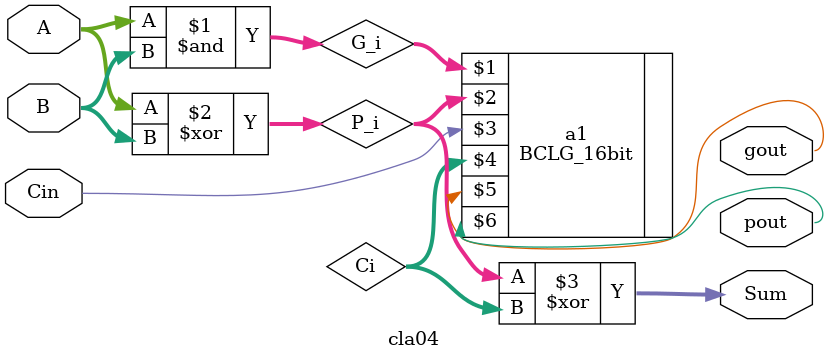
<source format=sv>
`timescale 1ns / 1ps



module cla04 (
    input  logic [3:0] A,
    input  logic [3:0] B,
    input  logic       Cin,
    output logic [3:0] Sum,
  //  output logic       Cout,
    output logic       gout, // Propagate
    output logic       pout  // Generate
);

    logic [3:0] G_i, P_i,Ci;

    assign G_i = A & B;  // Generate
    assign P_i = A ^ B;  // Propagate

   // assign C_i[0] = Cin;
   // assign C_i[1] = G_i[0] | (P_i[0] & Cin);
  //  assign C_i[2] = G_i[1] | (P_i[1] & C_i[1]);
   // assign C_i[3] = G_i[2] | (P_i[2] & C_i[2]);
   // assign Cout = G_i[3] | (P_i[3] & C_i[3]);
BCLG_16bit  a1(G_i, P_i, Cin, Ci, gout, pout);
    assign Sum = P_i ^ Ci;
  //  assign Cout=Ci[3];

  //  assign P = &P_i; // Overall block propagate
   // assign G = G_i[3] | (P_i[3] & G_i[2]) | (P_i[3] & P_i[2] & G_i[1]) | (P_i[3] & P_i[2] & P_i[1] & G_i[0]); // Overall block generate

endmodule

</source>
